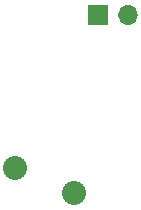
<source format=gbr>
%TF.GenerationSoftware,KiCad,Pcbnew,8.0.3*%
%TF.CreationDate,2024-09-08T13:54:04-04:00*%
%TF.ProjectId,FightPad_MICRO,46696768-7450-4616-945f-4d4943524f2e,rev?*%
%TF.SameCoordinates,Original*%
%TF.FileFunction,Copper,L1,Top*%
%TF.FilePolarity,Positive*%
%FSLAX46Y46*%
G04 Gerber Fmt 4.6, Leading zero omitted, Abs format (unit mm)*
G04 Created by KiCad (PCBNEW 8.0.3) date 2024-09-08 13:54:04*
%MOMM*%
%LPD*%
G01*
G04 APERTURE LIST*
%TA.AperFunction,ComponentPad*%
%ADD10C,2.032000*%
%TD*%
%TA.AperFunction,ComponentPad*%
%ADD11R,1.700000X1.700000*%
%TD*%
%TA.AperFunction,ComponentPad*%
%ADD12O,1.700000X1.700000*%
%TD*%
G04 APERTURE END LIST*
D10*
%TO.P,SW1,2,B*%
%TO.N,Net-(J1-Pin_1)*%
X79350000Y-61510000D03*
%TO.P,SW1,1,A*%
%TO.N,Net-(J1-Pin_2)*%
X84350000Y-63610000D03*
%TD*%
D11*
%TO.P,J1,1,Pin_1*%
%TO.N,Net-(J1-Pin_1)*%
X86310000Y-48500000D03*
D12*
%TO.P,J1,2,Pin_2*%
%TO.N,Net-(J1-Pin_2)*%
X88850000Y-48500000D03*
%TD*%
M02*

</source>
